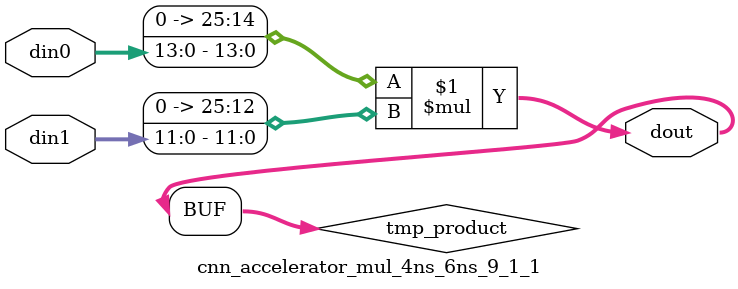
<source format=v>

`timescale 1 ns / 1 ps

 module cnn_accelerator_mul_4ns_6ns_9_1_1(din0, din1, dout);
parameter ID = 1;
parameter NUM_STAGE = 0;
parameter din0_WIDTH = 14;
parameter din1_WIDTH = 12;
parameter dout_WIDTH = 26;

input [din0_WIDTH - 1 : 0] din0; 
input [din1_WIDTH - 1 : 0] din1; 
output [dout_WIDTH - 1 : 0] dout;

wire signed [dout_WIDTH - 1 : 0] tmp_product;
























assign tmp_product = $signed({1'b0, din0}) * $signed({1'b0, din1});











assign dout = tmp_product;





















endmodule

</source>
